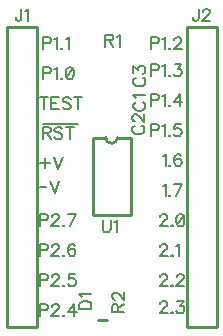
<source format=gto>
G04 DipTrace 3.1.0.1*
G04 MSP440FR2311.gto*
%MOIN*%
G04 #@! TF.FileFunction,Legend,Top*
G04 #@! TF.Part,Single*
%ADD10C,0.009843*%
%ADD36C,0.006176*%
%FSLAX26Y26*%
G04*
G70*
G90*
G75*
G01*
G04 TopSilk*
%LPD*%
X749748Y440535D2*
D10*
X718252D1*
X414390Y419000D2*
X514390D1*
X414390Y1419000D2*
Y419000D1*
Y1419000D2*
X514390D1*
Y1344000D1*
Y419000D1*
X1013610D2*
X1113610D1*
X1013610Y1419000D2*
Y419000D1*
Y1419000D2*
X1113610D1*
Y1344000D1*
Y419000D1*
X701014Y1048930D2*
Y789070D1*
X826986Y1048930D2*
Y789070D1*
X701014D2*
X826986D1*
X701014Y1048930D2*
X744311D1*
X783689D2*
X826986D1*
X744311D2*
G03X783689Y1048930I19689J-9D01*
G01*
X845700Y1167375D2*
D36*
X841898Y1165474D1*
X838051Y1161627D1*
X836150Y1157824D1*
Y1150175D1*
X838051Y1146328D1*
X841898Y1142526D1*
X845700Y1140580D1*
X851448Y1138679D1*
X861043D1*
X866747Y1140580D1*
X870594Y1142526D1*
X874396Y1146328D1*
X876342Y1150175D1*
Y1157824D1*
X874396Y1161627D1*
X870594Y1165474D1*
X866747Y1167375D1*
X843843Y1179726D2*
X841898Y1183573D1*
X836194Y1189321D1*
X876342D1*
X842236Y1088775D2*
X838433Y1086874D1*
X834586Y1083027D1*
X832685Y1079224D1*
Y1071575D1*
X834586Y1067728D1*
X838433Y1063926D1*
X842236Y1061980D1*
X847984Y1060079D1*
X857578D1*
X863282Y1061980D1*
X867129Y1063926D1*
X870932Y1067728D1*
X872877Y1071575D1*
Y1079224D1*
X870932Y1083027D1*
X867129Y1086874D1*
X863282Y1088775D1*
X842280Y1103072D2*
X840379D1*
X836532Y1104973D1*
X834631Y1106874D1*
X832729Y1110721D1*
Y1118370D1*
X834631Y1122173D1*
X836532Y1124074D1*
X840379Y1126020D1*
X844181D1*
X848028Y1124074D1*
X853732Y1120272D1*
X872877Y1101126D1*
Y1127921D1*
X845700Y1248775D2*
X841898Y1246874D1*
X838051Y1243027D1*
X836150Y1239224D1*
Y1231575D1*
X838051Y1227728D1*
X841898Y1223926D1*
X845700Y1221980D1*
X851448Y1220079D1*
X861043D1*
X866747Y1221980D1*
X870594Y1223926D1*
X874396Y1227728D1*
X876342Y1231575D1*
Y1239224D1*
X874396Y1243027D1*
X870594Y1246874D1*
X866747Y1248775D1*
X836194Y1264973D2*
Y1285976D1*
X851493Y1274524D1*
Y1280272D1*
X853394Y1284074D1*
X855295Y1285976D1*
X861043Y1287921D1*
X864846D1*
X870594Y1285976D1*
X874440Y1282173D1*
X876342Y1276425D1*
Y1270677D1*
X874440Y1264973D1*
X872495Y1263072D1*
X868692Y1261126D1*
X655736Y477189D2*
X695929D1*
Y490586D1*
X693983Y496334D1*
X690181Y500181D1*
X686334Y502082D1*
X680630Y503983D1*
X671035D1*
X665287Y502082D1*
X661485Y500181D1*
X657638Y496334D1*
X655737Y490586D1*
X655736Y477189D1*
X663430Y516335D2*
X661485Y520182D1*
X655781Y525930D1*
X695929Y525929D1*
X462989Y1477578D2*
Y1446981D1*
X461088Y1441233D1*
X459143Y1439332D1*
X455340Y1437386D1*
X451493D1*
X447691Y1439332D1*
X445789Y1441233D1*
X443844Y1446981D1*
Y1450784D1*
X475341Y1469885D2*
X479188Y1471830D1*
X484936Y1477534D1*
Y1437386D1*
X1053610Y1477578D2*
Y1446981D1*
X1051709Y1441233D1*
X1049763Y1439332D1*
X1045961Y1437386D1*
X1042114D1*
X1038311Y1439332D1*
X1036410Y1441233D1*
X1034465Y1446981D1*
Y1450784D1*
X1067907Y1467984D2*
Y1469885D1*
X1069808Y1473732D1*
X1071709Y1475633D1*
X1075556Y1477534D1*
X1083205D1*
X1087008Y1475633D1*
X1088909Y1473732D1*
X1090855Y1469885D1*
Y1466082D1*
X1088909Y1462236D1*
X1085107Y1456532D1*
X1065961Y1437386D1*
X1092756D1*
X743094Y1373118D2*
X760294D1*
X766042Y1375064D1*
X767988Y1376965D1*
X769889Y1380767D1*
Y1384614D1*
X767988Y1388417D1*
X766042Y1390362D1*
X760294Y1392264D1*
X743094D1*
Y1352071D1*
X756491Y1373118D2*
X769889Y1352071D1*
X782240Y1384570D2*
X786087Y1386515D1*
X791835Y1392219D1*
Y1352071D1*
X784882Y467565D2*
Y484765D1*
X782936Y490513D1*
X781035Y492459D1*
X777233Y494360D1*
X773386D1*
X769583Y492459D1*
X767638Y490513D1*
X765737Y484765D1*
X765736Y467565D1*
X805929D1*
X784882Y480963D2*
X805929Y494360D1*
X775331Y508657D2*
X773430D1*
X769583Y510558D1*
X767682Y512459D1*
X765781Y516306D1*
Y523955D1*
X767682Y527758D1*
X769583Y529659D1*
X773430Y531605D1*
X777233D1*
X781079Y529659D1*
X786783Y525857D1*
X805929Y506711D1*
Y533506D1*
X534000Y1362474D2*
X551244D1*
X556948Y1364376D1*
X558893Y1366321D1*
X560795Y1370124D1*
Y1375872D1*
X558893Y1379674D1*
X556948Y1381620D1*
X551244Y1383521D1*
X534000D1*
Y1343329D1*
X573146Y1375827D2*
X576993Y1377773D1*
X582741Y1383477D1*
Y1343329D1*
X596993Y1347176D2*
X595092Y1345230D1*
X596993Y1343329D1*
X598939Y1345230D1*
X596993Y1347176D1*
X611290Y1375827D2*
X615137Y1377773D1*
X620885Y1383477D1*
Y1343329D1*
X894000Y1362474D2*
X911244D1*
X916948Y1364376D1*
X918893Y1366321D1*
X920795Y1370124D1*
Y1375872D1*
X918893Y1379674D1*
X916948Y1381620D1*
X911244Y1383521D1*
X894000D1*
Y1343329D1*
X933146Y1375827D2*
X936993Y1377773D1*
X942741Y1383477D1*
Y1343329D1*
X956993Y1347176D2*
X955092Y1345230D1*
X956993Y1343329D1*
X958939Y1345230D1*
X956993Y1347176D1*
X973236Y1373926D2*
Y1375827D1*
X975137Y1379674D1*
X977038Y1381575D1*
X980885Y1383477D1*
X988534D1*
X992337Y1381575D1*
X994238Y1379674D1*
X996184Y1375827D1*
Y1372025D1*
X994238Y1368178D1*
X990436Y1362474D1*
X971290Y1343329D1*
X998085D1*
X534000Y1262474D2*
X551244D1*
X556948Y1264376D1*
X558893Y1266321D1*
X560795Y1270124D1*
Y1275872D1*
X558893Y1279674D1*
X556948Y1281620D1*
X551244Y1283521D1*
X534000D1*
Y1243329D1*
X573146Y1275827D2*
X576993Y1277773D1*
X582741Y1283477D1*
Y1243329D1*
X596993Y1247176D2*
X595092Y1245230D1*
X596993Y1243329D1*
X598939Y1245230D1*
X596993Y1247176D1*
X622786Y1283477D2*
X617038Y1281575D1*
X613192Y1275827D1*
X611290Y1266277D1*
Y1260529D1*
X613192Y1250978D1*
X617038Y1245230D1*
X622786Y1243329D1*
X626589D1*
X632337Y1245230D1*
X636140Y1250978D1*
X638085Y1260529D1*
Y1266277D1*
X636140Y1275827D1*
X632337Y1281575D1*
X626589Y1283477D1*
X622786D1*
X636140Y1275827D2*
X613192Y1250978D1*
X537397Y1183521D2*
Y1143329D1*
X524000Y1183521D2*
X550795D1*
X587995D2*
X563146D1*
Y1143329D1*
X587995D1*
X563146Y1164376D2*
X578445D1*
X627141Y1177773D2*
X623339Y1181620D1*
X617591Y1183521D1*
X609941D1*
X604193Y1181620D1*
X600347Y1177773D1*
Y1173970D1*
X602292Y1170124D1*
X604193Y1168222D1*
X607996Y1166321D1*
X619492Y1162474D1*
X623339Y1160573D1*
X625240Y1158628D1*
X627141Y1154825D1*
Y1149077D1*
X623339Y1145274D1*
X617591Y1143329D1*
X609941D1*
X604193Y1145274D1*
X600347Y1149077D1*
X652890Y1183521D2*
Y1143329D1*
X639493Y1183521D2*
X666287D1*
X534000Y1064376D2*
X551200D1*
X556948Y1066321D1*
X558893Y1068222D1*
X560795Y1072025D1*
Y1075872D1*
X558893Y1079674D1*
X556948Y1081620D1*
X551200Y1083521D1*
X534000D1*
Y1043329D1*
X547397Y1064376D2*
X560795Y1043329D1*
X599941Y1077773D2*
X596138Y1081620D1*
X590390Y1083521D1*
X582741D1*
X576993Y1081620D1*
X573146Y1077773D1*
Y1073970D1*
X575091Y1070124D1*
X576993Y1068222D1*
X580795Y1066321D1*
X592291Y1062474D1*
X596138Y1060573D1*
X598039Y1058628D1*
X599941Y1054825D1*
Y1049077D1*
X596138Y1045274D1*
X590390Y1043329D1*
X582741D1*
X576993Y1045274D1*
X573146Y1049077D1*
X625689Y1083521D2*
Y1043329D1*
X612292Y1083521D2*
X639087D1*
X534000Y1094000D2*
X651438D1*
X541200Y980625D2*
Y946181D1*
X524000Y963381D2*
X558444D1*
X570795Y983521D2*
X586094Y943329D1*
X601393Y983521D1*
X524000Y883403D2*
X546108D1*
X558459Y903521D2*
X573758Y863329D1*
X589056Y903521D1*
X524000Y772474D2*
X541244D1*
X546948Y774376D1*
X548893Y776321D1*
X550795Y780124D1*
Y785872D1*
X548893Y789674D1*
X546948Y791620D1*
X541244Y793521D1*
X524000D1*
Y753329D1*
X565091Y783926D2*
Y785827D1*
X566993Y789674D1*
X568894Y791575D1*
X572741Y793477D1*
X580390D1*
X584193Y791575D1*
X586094Y789674D1*
X588039Y785827D1*
Y782025D1*
X586094Y778178D1*
X582291Y772474D1*
X563146Y753329D1*
X589941D1*
X604193Y757176D2*
X602292Y755230D1*
X604193Y753329D1*
X606139Y755230D1*
X604193Y757176D1*
X626140Y753329D2*
X645285Y793477D1*
X618490D1*
X524000Y672474D2*
X541244D1*
X546948Y674376D1*
X548893Y676321D1*
X550795Y680124D1*
Y685872D1*
X548893Y689674D1*
X546948Y691620D1*
X541244Y693521D1*
X524000D1*
Y653329D1*
X565091Y683926D2*
Y685827D1*
X566993Y689674D1*
X568894Y691575D1*
X572741Y693477D1*
X580390D1*
X584193Y691575D1*
X586094Y689674D1*
X588039Y685827D1*
Y682025D1*
X586094Y678178D1*
X582291Y672474D1*
X563146Y653329D1*
X589941D1*
X604193Y657176D2*
X602292Y655230D1*
X604193Y653329D1*
X606139Y655230D1*
X604193Y657176D1*
X641438Y687773D2*
X639537Y691575D1*
X633789Y693477D1*
X629986D1*
X624238Y691575D1*
X620391Y685827D1*
X618490Y676277D1*
Y666726D1*
X620391Y659077D1*
X624238Y655230D1*
X629986Y653329D1*
X631888D1*
X637591Y655230D1*
X641438Y659077D1*
X643339Y664825D1*
Y666726D1*
X641438Y672474D1*
X637591Y676277D1*
X631888Y678178D1*
X629986D1*
X624238Y676277D1*
X620391Y672474D1*
X618490Y666726D1*
X524000Y572474D2*
X541244D1*
X546948Y574376D1*
X548893Y576321D1*
X550795Y580124D1*
Y585872D1*
X548893Y589674D1*
X546948Y591620D1*
X541244Y593521D1*
X524000D1*
Y553329D1*
X565091Y583926D2*
Y585827D1*
X566993Y589674D1*
X568894Y591575D1*
X572741Y593477D1*
X580390D1*
X584193Y591575D1*
X586094Y589674D1*
X588039Y585827D1*
Y582025D1*
X586094Y578178D1*
X582291Y572474D1*
X563146Y553329D1*
X589941D1*
X604193Y557176D2*
X602292Y555230D1*
X604193Y553329D1*
X606139Y555230D1*
X604193Y557176D1*
X641438Y593477D2*
X622337D1*
X620436Y576277D1*
X622337Y578178D1*
X628085Y580124D1*
X633789D1*
X639537Y578178D1*
X643384Y574376D1*
X645285Y568628D1*
Y564825D1*
X643384Y559077D1*
X639537Y555230D1*
X633789Y553329D1*
X628085D1*
X622337Y555230D1*
X620436Y557176D1*
X618490Y560978D1*
X524000Y472474D2*
X541244D1*
X546948Y474376D1*
X548893Y476321D1*
X550795Y480124D1*
Y485872D1*
X548893Y489674D1*
X546948Y491620D1*
X541244Y493521D1*
X524000D1*
Y453329D1*
X565091Y483926D2*
Y485827D1*
X566993Y489674D1*
X568894Y491575D1*
X572741Y493477D1*
X580390D1*
X584193Y491575D1*
X586094Y489674D1*
X588039Y485827D1*
Y482025D1*
X586094Y478178D1*
X582291Y472474D1*
X563146Y453329D1*
X589941D1*
X604193Y457176D2*
X602292Y455230D1*
X604193Y453329D1*
X606139Y455230D1*
X604193Y457176D1*
X637636Y453329D2*
Y493477D1*
X618490Y466726D1*
X647186D1*
X894000Y1272474D2*
X911244D1*
X916948Y1274376D1*
X918893Y1276321D1*
X920795Y1280124D1*
Y1285872D1*
X918893Y1289674D1*
X916948Y1291620D1*
X911244Y1293521D1*
X894000D1*
Y1253329D1*
X933146Y1285827D2*
X936993Y1287773D1*
X942741Y1293477D1*
Y1253329D1*
X956993Y1257176D2*
X955092Y1255230D1*
X956993Y1253329D1*
X958939Y1255230D1*
X956993Y1257176D1*
X975137Y1293477D2*
X996140D1*
X984688Y1278178D1*
X990436D1*
X994238Y1276277D1*
X996140Y1274376D1*
X998085Y1268628D1*
Y1264825D1*
X996140Y1259077D1*
X992337Y1255230D1*
X986589Y1253329D1*
X980841D1*
X975137Y1255230D1*
X973236Y1257176D1*
X971290Y1260978D1*
X894000Y1172474D2*
X911244D1*
X916948Y1174376D1*
X918893Y1176321D1*
X920795Y1180124D1*
Y1185872D1*
X918893Y1189674D1*
X916948Y1191620D1*
X911244Y1193521D1*
X894000D1*
Y1153329D1*
X933146Y1185827D2*
X936993Y1187773D1*
X942741Y1193477D1*
Y1153329D1*
X956993Y1157176D2*
X955092Y1155230D1*
X956993Y1153329D1*
X958939Y1155230D1*
X956993Y1157176D1*
X990436Y1153329D2*
Y1193477D1*
X971290Y1166726D1*
X999986D1*
X894000Y1072474D2*
X911244D1*
X916948Y1074376D1*
X918893Y1076321D1*
X920795Y1080124D1*
Y1085872D1*
X918893Y1089674D1*
X916948Y1091620D1*
X911244Y1093521D1*
X894000D1*
Y1053329D1*
X933146Y1085827D2*
X936993Y1087773D1*
X942741Y1093477D1*
Y1053329D1*
X956993Y1057176D2*
X955092Y1055230D1*
X956993Y1053329D1*
X958939Y1055230D1*
X956993Y1057176D1*
X994238Y1093477D2*
X975137D1*
X973236Y1076277D1*
X975137Y1078178D1*
X980885Y1080124D1*
X986589D1*
X992337Y1078178D1*
X996184Y1074376D1*
X998085Y1068628D1*
Y1064825D1*
X996184Y1059077D1*
X992337Y1055230D1*
X986589Y1053329D1*
X980885D1*
X975137Y1055230D1*
X973236Y1057176D1*
X971290Y1060978D1*
X934000Y985827D2*
X937847Y987773D1*
X943595Y993477D1*
Y953329D1*
X957847Y957176D2*
X955946Y955230D1*
X957847Y953329D1*
X959793Y955230D1*
X957847Y957176D1*
X995092Y987773D2*
X993191Y991575D1*
X987443Y993477D1*
X983640D1*
X977892Y991575D1*
X974046Y985827D1*
X972144Y976277D1*
Y966726D1*
X974046Y959077D1*
X977892Y955230D1*
X983640Y953329D1*
X985542D1*
X991245Y955230D1*
X995092Y959077D1*
X996993Y964825D1*
Y966726D1*
X995092Y972474D1*
X991245Y976277D1*
X985542Y978178D1*
X983640D1*
X977892Y976277D1*
X974046Y972474D1*
X972144Y966726D1*
X934000Y885827D2*
X937847Y887773D1*
X943595Y893477D1*
Y853329D1*
X957847Y857176D2*
X955946Y855230D1*
X957847Y853329D1*
X959793Y855230D1*
X957847Y857176D1*
X979794Y853329D2*
X998939Y893477D1*
X972144D1*
X925945Y783926D2*
Y785827D1*
X927847Y789674D1*
X929748Y791575D1*
X933595Y793477D1*
X941244D1*
X945047Y791575D1*
X946948Y789674D1*
X948893Y785827D1*
Y782025D1*
X946948Y778178D1*
X943145Y772474D1*
X924000Y753329D1*
X950795D1*
X965047Y757176D2*
X963146Y755230D1*
X965047Y753329D1*
X966993Y755230D1*
X965047Y757176D1*
X990840Y793477D2*
X985092Y791575D1*
X981245Y785827D1*
X979344Y776277D1*
Y770529D1*
X981245Y760978D1*
X985092Y755230D1*
X990840Y753329D1*
X994643D1*
X1000391Y755230D1*
X1004193Y760978D1*
X1006139Y770529D1*
Y776277D1*
X1004193Y785827D1*
X1000391Y791575D1*
X994643Y793477D1*
X990840D1*
X1004193Y785827D2*
X981245Y760978D1*
X925945Y683926D2*
Y685827D1*
X927847Y689674D1*
X929748Y691575D1*
X933595Y693477D1*
X941244D1*
X945047Y691575D1*
X946948Y689674D1*
X948893Y685827D1*
Y682025D1*
X946948Y678178D1*
X943145Y672474D1*
X924000Y653329D1*
X950795D1*
X965047Y657176D2*
X963146Y655230D1*
X965047Y653329D1*
X966993Y655230D1*
X965047Y657176D1*
X979344Y685827D2*
X983191Y687773D1*
X988939Y693477D1*
Y653329D1*
X925945Y583926D2*
Y585827D1*
X927847Y589674D1*
X929748Y591575D1*
X933595Y593477D1*
X941244D1*
X945047Y591575D1*
X946948Y589674D1*
X948893Y585827D1*
Y582025D1*
X946948Y578178D1*
X943145Y572474D1*
X924000Y553329D1*
X950795D1*
X965047Y557176D2*
X963146Y555230D1*
X965047Y553329D1*
X966993Y555230D1*
X965047Y557176D1*
X981290Y583926D2*
Y585827D1*
X983191Y589674D1*
X985092Y591575D1*
X988939Y593477D1*
X996588D1*
X1000391Y591575D1*
X1002292Y589674D1*
X1004238Y585827D1*
Y582025D1*
X1002292Y578178D1*
X998490Y572474D1*
X979344Y553329D1*
X1006139D1*
X925945Y493926D2*
Y495827D1*
X927847Y499674D1*
X929748Y501575D1*
X933595Y503477D1*
X941244D1*
X945047Y501575D1*
X946948Y499674D1*
X948893Y495827D1*
Y492025D1*
X946948Y488178D1*
X943145Y482474D1*
X924000Y463329D1*
X950795D1*
X965047Y467176D2*
X963146Y465230D1*
X965047Y463329D1*
X966993Y465230D1*
X965047Y467176D1*
X983191Y503477D2*
X1004193D1*
X992741Y488178D1*
X998490D1*
X1002292Y486277D1*
X1004193Y484376D1*
X1006139Y478628D1*
Y474825D1*
X1004193Y469077D1*
X1000391Y465230D1*
X994643Y463329D1*
X988895D1*
X983191Y465230D1*
X981290Y467176D1*
X979344Y470978D1*
X734000Y773521D2*
Y744825D1*
X735901Y739077D1*
X739748Y735274D1*
X745496Y733329D1*
X749299D1*
X755047Y735274D1*
X758893Y739077D1*
X760795Y744825D1*
Y773521D1*
X773146Y765827D2*
X776993Y767773D1*
X782741Y773477D1*
Y733329D1*
M02*

</source>
